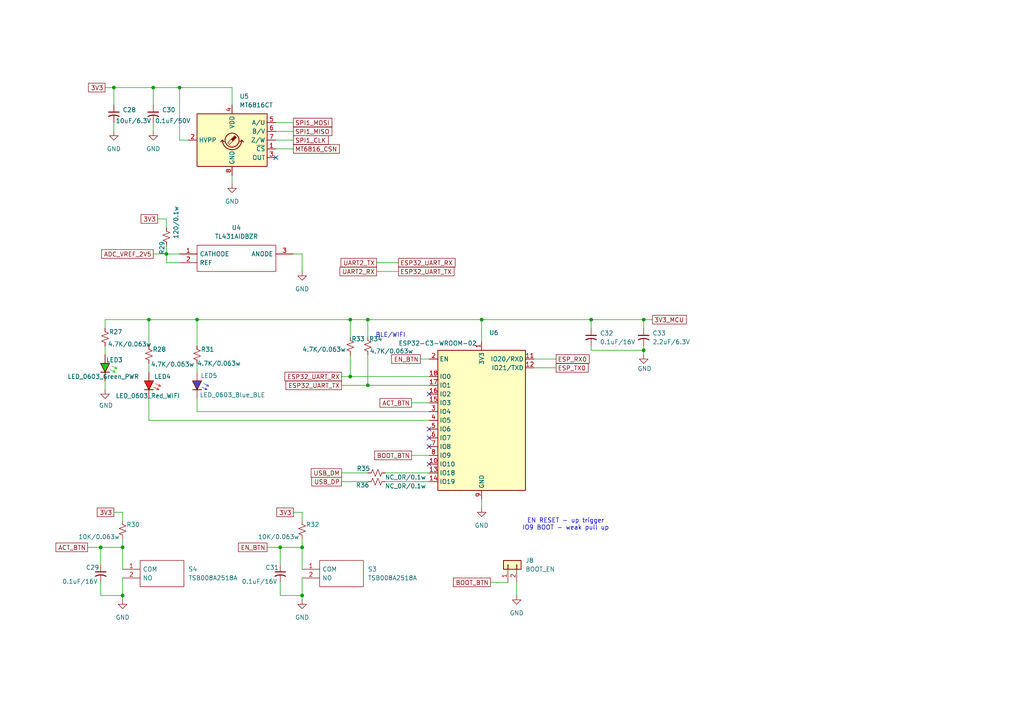
<source format=kicad_sch>
(kicad_sch (version 20250114) (generator "eeschema") (generator_version "9.0")
  (paper "A4")
  (lib_symbols
    (symbol "Connector_Generic:Conn_01x02" (pin_names (offset 1.016) (hide yes))
      (property "Reference" "J" (at 0 2.54 0))
      (property "Value" "Conn_01x02" (at 0 -5.08 0))
      (symbol "Conn_01x02_1_1"
        (rectangle (start -1.27 1.27) (end 1.27 -3.81) (stroke (width 0.254)) (fill (type background)))
        (rectangle (start -1.27 0.127) (end 0 -0.127) (stroke (width 0.1524)))
        (rectangle (start -1.27 -2.413) (end 0 -2.667) (stroke (width 0.1524)))
        (pin passive line (at -5.08 0 0) (length 3.81) (name "Pin_1") (number "1"))
        (pin passive line (at -5.08 -2.54 0) (length 3.81) (name "Pin_2") (number "2"))
      )
    )
    (symbol "Device:C_Small_US" (pin_numbers (hide yes)) (pin_names (offset 0.254) (hide yes))
      (property "Reference" "C" (at 0.254 1.778 0))
      (property "Value" "C_Small_US" (at 0.254 -2.032 0))
      (symbol "C_Small_US_0_1"
        (polyline (pts (xy -1.524 0.508) (xy 1.524 0.508)) (stroke (width 0.3048)))
        (arc (start -1.524 -0.762) (mid 0 -0.3734) (end 1.524 -0.762) (stroke (width 0.3048)))
      )
      (symbol "C_Small_US_1_1"
        (pin passive line (at 0 2.54 270) (length 2.032) (name "~") (number "1"))
        (pin passive line (at 0 -2.54 90) (length 2.032) (name "~") (number "2"))
      )
    )
    (symbol "Device:R_Small_US" (pin_numbers (hide yes)) (pin_names (offset 0.254) (hide yes))
      (property "Reference" "R" (at 0.762 0.508 0))
      (property "Value" "R_Small_US" (at 0.762 -1.016 0))
      (symbol "R_Small_US_1_1"
        (polyline (pts (xy 0 1.524) (xy 1.016 1.143) (xy 0 0.762) (xy -1.016 0.381) (xy 0 0)))
        (polyline (pts (xy 0 0) (xy 1.016 -0.381) (xy 0 -0.762) (xy -1.016 -1.143) (xy 0 -1.524)))
        (pin passive line (at 0 2.54 270) (length 1.016) (name "~") (number "1"))
        (pin passive line (at 0 -2.54 90) (length 1.016) (name "~") (number "2"))
      )
    )
    (symbol "PCM_LED_AKL:LED_0603_Blue" (pin_numbers (hide yes)) (pin_names (offset 1.016) (hide yes))
      (property "Reference" "LED" (at 0 7.62 0))
      (property "Value" "LED_0603_Blue" (at 0 5.08 0))
      (symbol "LED_0603_Blue_0_1"
        (polyline (pts (xy -1.27 1.27) (xy -1.27 -1.27) (xy 1.27 0) (xy -1.27 1.27)) (stroke (width 0.254)) (fill (type color) (color 70 70 200 1)))
        (polyline (pts (xy -0.508 1.905) (xy 0.254 3.429)) (stroke (width 0.1524) (color 70 70 200 1)))
        (polyline (pts (xy 0.254 2.794) (xy -0.254 3.048) (xy 0.254 3.429) (xy 0.254 2.794)) (stroke (width 0) (color 70 70 200 1)) (fill (type outline)))
        (polyline (pts (xy 0.508 1.397) (xy 1.27 2.921)) (stroke (width 0.1524) (color 70 70 200 1)))
        (polyline (pts (xy 1.27 2.286) (xy 0.762 2.54) (xy 1.27 2.921) (xy 1.27 2.286)) (stroke (width 0.1524) (color 70 70 200 1)) (fill (type outline)))
        (polyline (pts (xy 1.27 1.27) (xy 1.27 -1.27)) (stroke (width 0.254)))
      )
      (symbol "LED_0603_Blue_0_2"
        (polyline (pts (xy -2.54 -2.54) (xy -0.889 -0.889)))
        (polyline (pts (xy -1.651 0.889) (xy -2.159 2.413)) (stroke (width 0) (color 70 70 200 1)))
        (polyline (pts (xy -0.889 -0.889) (xy -1.778 0) (xy 0.889 0.889) (xy 0 -1.778) (xy -0.889 -0.889)) (stroke (width 0.254)) (fill (type color) (color 70 70 200 1)))
        (polyline (pts (xy -0.508 1.27) (xy -1.016 2.794)) (stroke (width 0) (color 70 70 200 1)))
        (polyline (pts (xy 0 1.778) (xy 1.778 0)) (stroke (width 0.254)))
        (polyline (pts (xy 0.889 0.889) (xy 2.54 2.54)))
      )
      (symbol "LED_0603_Blue_1_1"
        (pin passive line (at -3.81 0 0) (length 2.54) (name "A") (number "2"))
        (pin passive line (at 3.81 0 180) (length 2.54) (name "K") (number "1"))
      )
      (symbol "LED_0603_Blue_1_2"
        (polyline (pts (xy -2.159 2.413) (xy -2.286 1.778) (xy -1.6764 1.9812) (xy -2.159 2.413)) (stroke (width 0) (color 70 70 200 1)) (fill (type outline)))
        (polyline (pts (xy -1.016 2.794) (xy -1.143 2.159) (xy -0.5334 2.3622) (xy -1.016 2.794)) (stroke (width 0) (color 70 70 200 1)) (fill (type outline)))
        (pin passive line (at -2.54 -2.54 0) (length 0) (name "A") (number "2"))
        (pin passive line (at 2.54 2.54 180) (length 0) (name "K") (number "1"))
      )
    )
    (symbol "PCM_LED_AKL:LED_0603_Green" (pin_numbers (hide yes)) (pin_names (offset 1.016) (hide yes))
      (property "Reference" "LED" (at 0 7.62 0))
      (property "Value" "LED_0603_Green" (at 0 5.08 0))
      (symbol "LED_0603_Green_0_1"
        (polyline (pts (xy -1.27 1.27) (xy -1.27 -1.27) (xy 1.27 0) (xy -1.27 1.27)) (stroke (width 0.254)) (fill (type color) (color 30 200 30 1)))
        (polyline (pts (xy -0.508 1.905) (xy 0.254 3.429)) (stroke (width 0.1524) (color 30 200 30 1)))
        (polyline (pts (xy 0.254 2.794) (xy -0.254 3.048) (xy 0.254 3.429) (xy 0.254 2.794)) (stroke (width 0) (color 30 200 30 1)) (fill (type outline)))
        (polyline (pts (xy 0.508 1.397) (xy 1.27 2.921)) (stroke (width 0.1524) (color 30 200 30 1)))
        (polyline (pts (xy 1.27 2.286) (xy 0.762 2.54) (xy 1.27 2.921) (xy 1.27 2.286)) (stroke (width 0.1524) (color 30 200 30 1)) (fill (type outline)))
        (polyline (pts (xy 1.27 1.27) (xy 1.27 -1.27)) (stroke (width 0.254)))
      )
      (symbol "LED_0603_Green_0_2"
        (polyline (pts (xy -2.54 -2.54) (xy -0.889 -0.889)))
        (polyline (pts (xy -1.651 0.889) (xy -2.159 2.413)) (stroke (width 0) (color 30 200 30 1)))
        (polyline (pts (xy -0.889 -0.889) (xy -1.778 0) (xy 0.889 0.889) (xy 0 -1.778) (xy -0.889 -0.889)) (stroke (width 0.254)) (fill (type color) (color 30 200 30 1)))
        (polyline (pts (xy -0.508 1.27) (xy -1.016 2.794)) (stroke (width 0) (color 30 200 30 1)))
        (polyline (pts (xy 0 1.778) (xy 1.778 0)) (stroke (width 0.254)))
        (polyline (pts (xy 0.889 0.889) (xy 2.54 2.54)))
      )
      (symbol "LED_0603_Green_1_1"
        (pin passive line (at -3.81 0 0) (length 2.54) (name "A") (number "2"))
        (pin passive line (at 3.81 0 180) (length 2.54) (name "K") (number "1"))
      )
      (symbol "LED_0603_Green_1_2"
        (polyline (pts (xy -2.159 2.413) (xy -2.286 1.778) (xy -1.6764 1.9812) (xy -2.159 2.413)) (stroke (width 0) (color 30 200 30 1)) (fill (type outline)))
        (polyline (pts (xy -1.016 2.794) (xy -1.143 2.159) (xy -0.5334 2.3622) (xy -1.016 2.794)) (stroke (width 0) (color 30 200 30 1)) (fill (type outline)))
        (pin passive line (at -2.54 -2.54 0) (length 0) (name "A") (number "2"))
        (pin passive line (at 2.54 2.54 180) (length 0) (name "K") (number "1"))
      )
    )
    (symbol "PCM_LED_AKL:LED_0603_Red" (pin_numbers (hide yes)) (pin_names (offset 1.016) (hide yes))
      (property "Reference" "LED" (at 0 7.62 0))
      (property "Value" "LED_0603_Red" (at 0 5.08 0))
      (symbol "LED_0603_Red_0_1"
        (polyline (pts (xy -1.27 1.27) (xy -1.27 -1.27) (xy 1.27 0) (xy -1.27 1.27)) (stroke (width 0.254)) (fill (type color) (color 240 30 30 1)))
        (polyline (pts (xy -0.508 1.905) (xy 0.254 3.429)) (stroke (width 0.1524) (color 240 30 30 1)))
        (polyline (pts (xy 0.254 2.794) (xy -0.254 3.048) (xy 0.254 3.429) (xy 0.254 2.794)) (stroke (width 0) (color 240 30 30 1)) (fill (type outline)))
        (polyline (pts (xy 0.508 1.397) (xy 1.27 2.921)) (stroke (width 0.1524) (color 240 30 30 1)))
        (polyline (pts (xy 1.27 2.286) (xy 0.762 2.54) (xy 1.27 2.921) (xy 1.27 2.286)) (stroke (width 0.1524) (color 240 30 30 1)) (fill (type outline)))
        (polyline (pts (xy 1.27 1.27) (xy 1.27 -1.27)) (stroke (width 0.254)))
      )
      (symbol "LED_0603_Red_0_2"
        (polyline (pts (xy -2.54 -2.54) (xy -0.889 -0.889)))
        (polyline (pts (xy -1.651 0.889) (xy -2.159 2.413)) (stroke (width 0) (color 240 30 30 1)))
        (polyline (pts (xy -0.889 -0.889) (xy -1.778 0) (xy 0.889 0.889) (xy 0 -1.778) (xy -0.889 -0.889)) (stroke (width 0.254)) (fill (type color) (color 240 30 30 1)))
        (polyline (pts (xy -0.508 1.27) (xy -1.016 2.794)) (stroke (width 0) (color 240 30 30 1)))
        (polyline (pts (xy 0 1.778) (xy 1.778 0)) (stroke (width 0.254)))
        (polyline (pts (xy 0.889 0.889) (xy 2.54 2.54)))
      )
      (symbol "LED_0603_Red_1_1"
        (pin passive line (at -3.81 0 0) (length 2.54) (name "A") (number "2"))
        (pin passive line (at 3.81 0 180) (length 2.54) (name "K") (number "1"))
      )
      (symbol "LED_0603_Red_1_2"
        (polyline (pts (xy -2.159 2.413) (xy -2.286 1.778) (xy -1.6764 1.9812) (xy -2.159 2.413)) (stroke (width 0) (color 240 30 30 1)) (fill (type outline)))
        (polyline (pts (xy -1.016 2.794) (xy -1.143 2.159) (xy -0.5334 2.3622) (xy -1.016 2.794)) (stroke (width 0) (color 240 30 30 1)) (fill (type outline)))
        (pin passive line (at -2.54 -2.54 0) (length 0) (name "A") (number "2"))
        (pin passive line (at 2.54 2.54 180) (length 0) (name "K") (number "1"))
      )
    )
    (symbol "RF_Module:ESP32-C3-WROOM-02"
      (property "Reference" "U" (at -12.192 21.336 0))
      (property "Value" "ESP32-C3-WROOM-02" (at 12.192 21.336 0))
      (symbol "ESP32-C3-WROOM-02_1_1"
        (rectangle (start -12.7 20.32) (end 12.7 -20.32) (stroke (width 0.254)) (fill (type background)))
        (pin input line (at -15.24 17.78 0) (length 2.54) (name "EN") (number "2"))
        (pin bidirectional line (at -15.24 12.7 0) (length 2.54) (name "IO0") (number "18"))
        (pin bidirectional line (at -15.24 10.16 0) (length 2.54) (name "IO1") (number "17"))
        (pin bidirectional line (at -15.24 7.62 0) (length 2.54) (name "IO2") (number "16"))
        (pin bidirectional line (at -15.24 5.08 0) (length 2.54) (name "IO3") (number "15"))
        (pin bidirectional line (at -15.24 2.54 0) (length 2.54) (name "IO4") (number "3"))
        (pin bidirectional line (at -15.24 0 0) (length 2.54) (name "IO5") (number "4"))
        (pin bidirectional line (at -15.24 -2.54 0) (length 2.54) (name "IO6") (number "5"))
        (pin bidirectional line (at -15.24 -5.08 0) (length 2.54) (name "IO7") (number "6"))
        (pin bidirectional line (at -15.24 -7.62 0) (length 2.54) (name "IO8") (number "7"))
        (pin bidirectional line (at -15.24 -10.16 0) (length 2.54) (name "IO9") (number "8"))
        (pin bidirectional line (at -15.24 -12.7 0) (length 2.54) (name "IO10") (number "10"))
        (pin bidirectional line (at -15.24 -15.24 0) (length 2.54) (name "IO18") (number "13"))
        (pin bidirectional line (at -15.24 -17.78 0) (length 2.54) (name "IO19") (number "14"))
        (pin power_in line (at 0 22.86 270) (length 2.54) (name "3V3") (number "1"))
        (pin passive line (at 0 -22.86 90) (length 2.54) (hide yes) (name "GND") (number "19"))
        (pin power_in line (at 0 -22.86 90) (length 2.54) (name "GND") (number "9"))
        (pin bidirectional line (at 15.24 17.78 180) (length 2.54) (name "IO20/RXD") (number "11"))
        (pin bidirectional line (at 15.24 15.24 180) (length 2.54) (name "IO21/TXD") (number "12"))
      )
    )
    (symbol "SamacSys_Parts:TL431AIDBZR" (pin_names (offset 0.762))
      (property "Reference" "U" (at 29.21 7.62 0))
      (property "Value" "TL431AIDBZR" (at 29.21 5.08 0))
      (symbol "TL431AIDBZR_0_0"
        (pin passive line (at 0 0 0) (length 5.08) (name "CATHODE") (number "1"))
        (pin passive line (at 0 -2.54 0) (length 5.08) (name "REF") (number "2"))
        (pin passive line (at 33.02 0 180) (length 5.08) (name "ANODE") (number "3"))
      )
      (symbol "TL431AIDBZR_0_1"
        (polyline (pts (xy 5.08 2.54) (xy 27.94 2.54) (xy 27.94 -5.08) (xy 5.08 -5.08) (xy 5.08 2.54)) (stroke (width 0.1524)))
      )
    )
    (symbol "SamacSys_Parts:TSB008A2518A" (pin_names (offset 0.762))
      (property "Reference" "S" (at 19.05 7.62 0))
      (property "Value" "TSB008A2518A" (at 19.05 5.08 0))
      (symbol "TSB008A2518A_0_0"
        (pin passive line (at 0 0 0) (length 5.08) (name "COM") (number "1"))
        (pin passive line (at 0 -2.54 0) (length 5.08) (name "NO") (number "2"))
      )
      (symbol "TSB008A2518A_0_1"
        (polyline (pts (xy 5.08 2.54) (xy 17.78 2.54) (xy 17.78 -5.08) (xy 5.08 -5.08) (xy 5.08 2.54)) (stroke (width 0.1524)))
      )
    )
    (symbol "Sensor_Magnetic:MT6816CT"
      (property "Reference" "U" (at -10.16 8.89 0))
      (property "Value" "MT6816CT" (at 6.35 8.89 0))
      (symbol "MT6816CT_1_1"
        (rectangle (start -10.16 -7.62) (end 10.16 7.62) (stroke (width 0.254)) (fill (type background)))
        (polyline (pts (xy -2.794 0) (xy -3.302 -0.508)) (stroke (width 0.254)))
        (polyline (pts (xy -2.794 0) (xy -2.286 -0.508)) (stroke (width 0.254)))
        (polyline (pts (xy -0.254 0.254) (xy -1.27 -0.762) (xy -0.762 -1.27) (xy 0.254 -0.254)))
        (arc (start 2.794 0) (mid 0 -2.7819) (end -2.794 0) (stroke (width 0.254)))
        (circle (center 0 0) (radius 2.032) (stroke (width 0.254)))
        (polyline (pts (xy 0.762 1.27) (xy -0.254 0.254) (xy 0.254 -0.254) (xy 1.27 0.762) (xy 1.016 1.016) (xy 0.762 1.27) (xy 0.635 1.143)) (fill (type outline)))
        (polyline (pts (xy 2.794 0) (xy 2.286 -0.508)) (stroke (width 0.254)))
        (polyline (pts (xy 2.794 0) (xy 3.302 -0.508)) (stroke (width 0.254)))
        (pin input line (at -12.7 0 0) (length 2.54) (name "HVPP") (number "2"))
        (pin power_in line (at 0 10.16 270) (length 2.54) (name "VDD") (number "4"))
        (pin power_in line (at 0 -10.16 90) (length 2.54) (name "GND") (number "8"))
        (pin output line (at 12.7 5.08 180) (length 2.54) (name "A/U") (number "5"))
        (pin output line (at 12.7 2.54 180) (length 2.54) (name "B/V") (number "6"))
        (pin output line (at 12.7 0 180) (length 2.54) (name "Z/W") (number "7"))
        (pin input line (at 12.7 -2.54 180) (length 2.54) (name "~{CS}") (number "1"))
        (pin output line (at 12.7 -5.08 180) (length 2.54) (name "OUT") (number "3"))
      )
    )
    (symbol "power:GND" (power) (pin_numbers (hide yes)) (pin_names (offset 0) (hide yes))
      (property "Value" "GND" (at 0 -3.81 0))
      (symbol "GND_0_1"
        (polyline (pts (xy 0 0) (xy 0 -1.27) (xy 1.27 -1.27) (xy 0 -2.54) (xy -1.27 -1.27) (xy 0 -1.27)))
      )
      (symbol "GND_1_1"
        (pin power_in line (at 0 0 270) (length 0) (name "~") (number "1"))
      )
    )
  )
  (text "BLE/WIFI" (at 113.284 97.282 0) (effects (font (size 1.27 1.27))))
  (text "EN RESET - up trigger\nIO9 BOOT - weak pull up" (at 164.084 152.146 0) (effects (font (size 1.27 1.27))))
  (junction (at 44.45 25.4))
  (junction (at 186.69 101.6))
  (junction (at 101.6 109.22))
  (junction (at 29.21 158.75))
  (junction (at 139.7 92.71))
  (junction (at 43.18 92.71))
  (junction (at 33.02 25.4))
  (junction (at 101.6 92.71))
  (junction (at 35.56 158.75))
  (junction (at 52.07 25.4))
  (junction (at 87.63 158.75))
  (junction (at 35.56 172.72))
  (junction (at 106.68 111.76))
  (junction (at 171.45 92.71))
  (junction (at 48.26 73.66))
  (junction (at 87.63 172.72))
  (junction (at 57.15 92.71))
  (junction (at 106.68 92.71))
  (junction (at 81.28 158.75))
  (junction (at 186.69 92.71))
  (no_connect (at 80.01 45.72))
  (no_connect (at 124.46 124.46))
  (no_connect (at 124.46 134.62))
  (no_connect (at 124.46 129.54))
  (no_connect (at 124.46 114.3))
  (no_connect (at 124.46 127))
  (wire (pts (xy 43.18 92.71) (xy 57.15 92.71)))
  (wire (pts (xy 109.22 76.2) (xy 115.57 76.2)))
  (wire (pts (xy 154.94 106.68) (xy 161.29 106.68)))
  (wire (pts (xy 87.63 167.64) (xy 87.63 172.72)))
  (wire (pts (xy 87.63 148.59) (xy 87.63 151.13)))
  (wire (pts (xy 35.56 158.75) (xy 35.56 165.1)))
  (wire (pts (xy 57.15 119.38) (xy 124.46 119.38)))
  (wire (pts (xy 101.6 92.71) (xy 106.68 92.71)))
  (wire (pts (xy 52.07 76.2) (xy 48.26 76.2)))
  (wire (pts (xy 124.46 121.92) (xy 43.18 121.92)))
  (wire (pts (xy 35.56 172.72) (xy 35.56 173.99)))
  (wire (pts (xy 154.94 104.14) (xy 161.29 104.14)))
  (wire (pts (xy 67.31 25.4) (xy 67.31 30.48)))
  (wire (pts (xy 29.21 172.72) (xy 35.56 172.72)))
  (wire (pts (xy 101.6 109.22) (xy 124.46 109.22)))
  (wire (pts (xy 29.21 168.91) (xy 29.21 172.72)))
  (wire (pts (xy 29.21 158.75) (xy 35.56 158.75)))
  (wire (pts (xy 87.63 156.21) (xy 87.63 158.75)))
  (wire (pts (xy 44.45 35.56) (xy 44.45 38.1)))
  (wire (pts (xy 33.02 148.59) (xy 35.56 148.59)))
  (wire (pts (xy 106.68 92.71) (xy 106.68 97.79)))
  (wire (pts (xy 106.68 102.87) (xy 106.68 111.76)))
  (wire (pts (xy 99.06 139.7) (xy 106.68 139.7)))
  (wire (pts (xy 142.24 168.91) (xy 147.32 168.91)))
  (wire (pts (xy 30.48 25.4) (xy 33.02 25.4)))
  (wire (pts (xy 106.68 92.71) (xy 139.7 92.71)))
  (wire (pts (xy 52.07 25.4) (xy 67.31 25.4)))
  (wire (pts (xy 87.63 158.75) (xy 87.63 165.1)))
  (wire (pts (xy 45.72 63.5) (xy 48.26 63.5)))
  (wire (pts (xy 85.09 73.66) (xy 87.63 73.66)))
  (wire (pts (xy 171.45 101.6) (xy 186.69 101.6)))
  (wire (pts (xy 101.6 92.71) (xy 101.6 97.79)))
  (wire (pts (xy 121.92 104.14) (xy 124.46 104.14)))
  (wire (pts (xy 48.26 63.5) (xy 48.26 66.04)))
  (wire (pts (xy 52.07 40.64) (xy 52.07 25.4)))
  (wire (pts (xy 48.26 73.66) (xy 52.07 73.66)))
  (wire (pts (xy 171.45 92.71) (xy 186.69 92.71)))
  (wire (pts (xy 119.38 116.84) (xy 124.46 116.84)))
  (wire (pts (xy 186.69 101.6) (xy 186.69 102.87)))
  (wire (pts (xy 80.01 38.1) (xy 85.09 38.1)))
  (wire (pts (xy 111.76 137.16) (xy 124.46 137.16)))
  (wire (pts (xy 35.56 148.59) (xy 35.56 151.13)))
  (wire (pts (xy 43.18 105.41) (xy 43.18 107.95)))
  (wire (pts (xy 81.28 172.72) (xy 87.63 172.72)))
  (wire (pts (xy 33.02 25.4) (xy 33.02 30.48)))
  (wire (pts (xy 80.01 35.56) (xy 85.09 35.56)))
  (wire (pts (xy 30.48 92.71) (xy 30.48 95.25)))
  (wire (pts (xy 87.63 172.72) (xy 87.63 173.99)))
  (wire (pts (xy 48.26 76.2) (xy 48.26 73.66)))
  (wire (pts (xy 111.76 139.7) (xy 124.46 139.7)))
  (wire (pts (xy 35.56 156.21) (xy 35.56 158.75)))
  (wire (pts (xy 109.22 78.74) (xy 115.57 78.74)))
  (wire (pts (xy 80.01 43.18) (xy 85.09 43.18)))
  (wire (pts (xy 101.6 102.87) (xy 101.6 109.22)))
  (wire (pts (xy 186.69 92.71) (xy 186.69 95.25)))
  (wire (pts (xy 48.26 71.12) (xy 48.26 73.66)))
  (wire (pts (xy 30.48 110.49) (xy 30.48 113.03)))
  (wire (pts (xy 186.69 100.33) (xy 186.69 101.6)))
  (wire (pts (xy 81.28 158.75) (xy 81.28 163.83)))
  (wire (pts (xy 139.7 92.71) (xy 171.45 92.71)))
  (wire (pts (xy 44.45 25.4) (xy 44.45 30.48)))
  (wire (pts (xy 99.06 109.22) (xy 101.6 109.22)))
  (wire (pts (xy 81.28 168.91) (xy 81.28 172.72)))
  (wire (pts (xy 57.15 115.57) (xy 57.15 119.38)))
  (wire (pts (xy 57.15 105.41) (xy 57.15 107.95)))
  (wire (pts (xy 149.86 168.91) (xy 149.86 172.72)))
  (wire (pts (xy 43.18 92.71) (xy 43.18 100.33)))
  (wire (pts (xy 119.38 132.08) (xy 124.46 132.08)))
  (wire (pts (xy 44.45 25.4) (xy 52.07 25.4)))
  (wire (pts (xy 33.02 25.4) (xy 44.45 25.4)))
  (wire (pts (xy 57.15 92.71) (xy 57.15 100.33)))
  (wire (pts (xy 171.45 100.33) (xy 171.45 101.6)))
  (wire (pts (xy 30.48 100.33) (xy 30.48 102.87)))
  (wire (pts (xy 85.09 148.59) (xy 87.63 148.59)))
  (wire (pts (xy 67.31 50.8) (xy 67.31 53.34)))
  (wire (pts (xy 43.18 115.57) (xy 43.18 121.92)))
  (wire (pts (xy 87.63 73.66) (xy 87.63 78.74)))
  (wire (pts (xy 80.01 40.64) (xy 85.09 40.64)))
  (wire (pts (xy 189.23 92.71) (xy 186.69 92.71)))
  (wire (pts (xy 25.4 158.75) (xy 29.21 158.75)))
  (wire (pts (xy 33.02 35.56) (xy 33.02 38.1)))
  (wire (pts (xy 54.61 40.64) (xy 52.07 40.64)))
  (wire (pts (xy 171.45 95.25) (xy 171.45 92.71)))
  (wire (pts (xy 139.7 144.78) (xy 139.7 147.32)))
  (wire (pts (xy 35.56 167.64) (xy 35.56 172.72)))
  (wire (pts (xy 106.68 111.76) (xy 124.46 111.76)))
  (wire (pts (xy 29.21 158.75) (xy 29.21 163.83)))
  (wire (pts (xy 81.28 158.75) (xy 87.63 158.75)))
  (wire (pts (xy 30.48 92.71) (xy 43.18 92.71)))
  (wire (pts (xy 99.06 111.76) (xy 106.68 111.76)))
  (wire (pts (xy 44.45 73.66) (xy 48.26 73.66)))
  (wire (pts (xy 99.06 137.16) (xy 106.68 137.16)))
  (wire (pts (xy 77.47 158.75) (xy 81.28 158.75)))
  (wire (pts (xy 57.15 92.71) (xy 101.6 92.71)))
  (wire (pts (xy 139.7 92.71) (xy 139.7 99.06)))
  (global_label "USB_DM" (shape passive) (at 99.06 137.16 180) (property "Intersheetrefs" "${INTERSHEET_REFS}" (effects (hide yes))))
  (global_label "USB_DP" (shape passive) (at 99.06 139.7 180) (property "Intersheetrefs" "${INTERSHEET_REFS}" (effects (hide yes))))
  (global_label "EN_BTN" (shape passive) (at 77.47 158.75 180) (property "Intersheetrefs" "${INTERSHEET_REFS}" (effects (hide yes))))
  (global_label "MT6816_CSN" (shape passive) (at 85.09 43.18 0) (effects (font (thickness 0.1588))) (property "Intersheetrefs" "${INTERSHEET_REFS}" (effects (hide yes))))
  (global_label "ESP32_UART_TX" (shape passive) (at 99.06 111.76 180) (property "Intersheetrefs" "${INTERSHEET_REFS}" (effects (hide yes))))
  (global_label "ESP32_UART_RX" (shape passive) (at 99.06 109.22 180) (property "Intersheetrefs" "${INTERSHEET_REFS}" (effects (hide yes))))
  (global_label "3V3" (shape passive) (at 33.02 148.59 180) (property "Intersheetrefs" "${INTERSHEET_REFS}" (effects (hide yes))))
  (global_label "UART2_TX" (shape passive) (at 109.22 76.2 180) (property "Intersheetrefs" "${INTERSHEET_REFS}" (effects (hide yes))))
  (global_label "ESP_RX0" (shape passive) (at 161.29 104.14 0) (property "Intersheetrefs" "${INTERSHEET_REFS}" (effects (hide yes))))
  (global_label "3V3" (shape passive) (at 30.48 25.4 180) (property "Intersheetrefs" "${INTERSHEET_REFS}" (effects (hide yes))))
  (global_label "3V3" (shape passive) (at 45.72 63.5 180) (property "Intersheetrefs" "${INTERSHEET_REFS}" (effects (hide yes))))
  (global_label "ESP32_UART_RX" (shape passive) (at 115.57 76.2 0) (property "Intersheetrefs" "${INTERSHEET_REFS}" (effects (hide yes))))
  (global_label "3V3_MCU" (shape passive) (at 189.23 92.71 0) (property "Intersheetrefs" "${INTERSHEET_REFS}" (effects (hide yes))))
  (global_label "BOOT_BTN" (shape passive) (at 119.38 132.08 180) (property "Intersheetrefs" "${INTERSHEET_REFS}" (effects (hide yes))))
  (global_label "3V3" (shape passive) (at 85.09 148.59 180) (property "Intersheetrefs" "${INTERSHEET_REFS}" (effects (hide yes))))
  (global_label "BOOT_BTN" (shape passive) (at 142.24 168.91 180) (property "Intersheetrefs" "${INTERSHEET_REFS}" (effects (hide yes))))
  (global_label "SPI1_MOSI" (shape passive) (at 85.09 35.56 0) (effects (font (thickness 0.1588))) (property "Intersheetrefs" "${INTERSHEET_REFS}" (effects (hide yes))))
  (global_label "EN_BTN" (shape passive) (at 121.92 104.14 180) (property "Intersheetrefs" "${INTERSHEET_REFS}" (effects (hide yes))))
  (global_label "ADC_VREF_2V5" (shape passive) (at 44.45 73.66 180) (property "Intersheetrefs" "${INTERSHEET_REFS}" (effects (hide yes))))
  (global_label "ACT_BTN" (shape passive) (at 119.38 116.84 180) (property "Intersheetrefs" "${INTERSHEET_REFS}" (effects (hide yes))))
  (global_label "UART2_RX" (shape passive) (at 109.22 78.74 180) (property "Intersheetrefs" "${INTERSHEET_REFS}" (effects (hide yes))))
  (global_label "ESP32_UART_TX" (shape passive) (at 115.57 78.74 0) (property "Intersheetrefs" "${INTERSHEET_REFS}" (effects (hide yes))))
  (global_label "ESP_TX0" (shape passive) (at 161.29 106.68 0) (property "Intersheetrefs" "${INTERSHEET_REFS}" (effects (hide yes))))
  (global_label "ACT_BTN" (shape passive) (at 25.4 158.75 180) (property "Intersheetrefs" "${INTERSHEET_REFS}" (effects (hide yes))))
  (global_label "SPI1_MISO" (shape passive) (at 85.09 38.1 0) (effects (font (thickness 0.1588))) (property "Intersheetrefs" "${INTERSHEET_REFS}" (effects (hide yes))))
  (global_label "SPI1_CLK" (shape passive) (at 85.09 40.64 0) (effects (font (thickness 0.1588))) (property "Intersheetrefs" "${INTERSHEET_REFS}" (effects (hide yes))))
  (symbol (lib_id "SamacSys_Parts:TSB008A2518A") (at 35.56 165.1 0) (unit 1)
    (property "Reference" "S4" (at 54.61 165.0999 0) (effects (justify left)))
    (property "Value" "TSB008A2518A" (at 54.61 167.6399 0) (effects (justify left)))
    (property "Footprint" "SamacSys_Parts:TSB008A2518A" (effects (hide yes)))
    (property "Datasheet" "https://datasheet.lcsc.com/lcsc/2108261830_BZCN-TSB008A2518A_C2888455.pdf" (effects (hide yes)))
    (property "Description" "3.5mm 2.5mm Rectangle button 50mA Brick nogging 6mm 180gf 12V SMD Tactile Switches ROHS" (effects (hide yes)))
    (property "Description_1" "3.5mm 2.5mm Rectangle button 50mA Brick nogging 6mm 180gf 12V SMD Tactile Switches ROHS" (effects (hide yes)))
    (property "Height" "2.75" (effects (hide yes)))
    (property "Manufacturer_Name" "BZCN" (effects (hide yes)))
    (property "Manufacturer_Part_Number" "TSB008A2518A" (effects (hide yes)))
  )
  (symbol (lib_id "Device:R_Small_US") (at 87.63 153.67 0) (unit 1)
    (property "Reference" "R32" (at 90.678 152.146 0))
    (property "Value" "10K/0.063w" (at 80.772 155.702 0))
    (property "Footprint" "Resistor_SMD:R_0402_1005Metric" (effects (hide yes)))
    (property "Description" "Resistor, small US symbol" (effects (hide yes)))
  )
  (symbol (lib_id "Device:R_Small_US") (at 57.15 102.87 0) (unit 1)
    (property "Reference" "R31" (at 60.198 101.346 0))
    (property "Value" "4.7K/0.063w" (at 63.5 105.41 0))
    (property "Footprint" "Resistor_SMD:R_0402_1005Metric" (effects (hide yes)))
    (property "Description" "Resistor, small US symbol" (effects (hide yes)))
  )
  (symbol (lib_id "Device:R_Small_US") (at 109.22 137.16 90) (unit 1)
    (property "Reference" "R35" (at 105.41 135.89 90))
    (property "Value" "NC_0R/0.1w" (at 117.602 138.43 90))
    (property "Footprint" "Resistor_SMD:R_0402_1005Metric" (effects (hide yes)))
    (property "Description" "Resistor, small US symbol" (effects (hide yes)))
  )
  (symbol (lib_id "PCM_LED_AKL:LED_0603_Green") (at 30.48 106.68 270) (unit 1)
    (property "Reference" "LED3" (at 30.734 104.394 90) (effects (justify left)))
    (property "Value" "LED_0603_Green_PWR" (at 19.558 109.22 90) (effects (justify left)))
    (property "Footprint" "PCM_LED_SMD_AKL:LED_0603_1608Metric" (effects (hide yes)))
    (property "Description" "Green SMD LED, 0603, Alternate KiCad Library" (effects (hide yes)))
  )
  (symbol (lib_id "Sensor_Magnetic:MT6816CT") (at 67.31 40.64 0) (unit 1)
    (property "Reference" "U5" (at 69.4533 27.94 0) (effects (justify left)))
    (property "Value" "MT6816CT" (at 69.4533 30.48 0) (effects (justify left)))
    (property "Footprint" "Package_SO:SO-8_3.9x4.9mm_P1.27mm" (effects (hide yes)))
    (property "Datasheet" "http://www.magntek.com.cn/upload/MT6816_Rev.2.0.pdf" (effects (hide yes)))
    (property "Description" "High Speed & High Resolution Magnetic Angle Sensor IC, SOIC-8" (effects (hide yes)))
  )
  (symbol (lib_id "power:GND") (at 87.63 78.74 0) (unit 1)
    (property "Reference" "#PWR052" (effects (hide yes)))
    (property "Value" "GND" (at 87.63 83.82 0))
    (property "Description" "Power symbol creates a global label with name \"GND\" , ground" (effects (hide yes)))
  )
  (symbol (lib_id "power:GND") (at 186.69 102.87 0) (unit 1)
    (property "Reference" "#PWR055" (effects (hide yes)))
    (property "Value" "GND" (at 186.944 106.934 0))
    (property "Description" "Power symbol creates a global label with name \"GND\" , ground" (effects (hide yes)))
  )
  (symbol (lib_id "SamacSys_Parts:TL431AIDBZR") (at 52.07 73.66 0) (unit 1)
    (property "Reference" "U4" (at 68.58 66.04 0))
    (property "Value" "TL431AIDBZR" (at 68.58 68.58 0))
    (property "Footprint" "SamacSys_Parts:SOT95P237X112-3N" (effects (hide yes)))
    (property "Datasheet" "https://datasheet.datasheetarchive.com/originals/distributors/Datasheets-SFU2/DSASFU100034171.pdf" (effects (hide yes)))
    (property "Description" "1% Accuracy Adjustable Precision Shunt Regulator" (effects (hide yes)))
    (property "Description_1" "1% Accuracy Adjustable Precision Shunt Regulator" (effects (hide yes)))
    (property "Height" "1.12" (effects (hide yes)))
    (property "Manufacturer_Name" "Texas Instruments" (effects (hide yes)))
    (property "Manufacturer_Part_Number" "TL431AIDBZR" (effects (hide yes)))
    (property "Mouser Part Number" "595-TL431AIDBZR" (effects (hide yes)))
    (property "Mouser Price/Stock" "https://www.mouser.co.uk/ProductDetail/Texas-Instruments/TL431AIDBZR?qs=odmYgEirbww5TG7DvnasYA%3D%3D" (effects (hide yes)))
    (property "Arrow Part Number" "TL431AIDBZR" (effects (hide yes)))
    (property "Arrow Price/Stock" "https://www.arrow.com/en/products/tl431aidbzr/texas-instruments?utm_currency=USD&region=europe" (effects (hide yes)))
  )
  (symbol (lib_id "power:GND") (at 67.31 53.34 0) (unit 1)
    (property "Reference" "#PWR050" (effects (hide yes)))
    (property "Value" "GND" (at 67.31 58.42 0))
    (property "Description" "Power symbol creates a global label with name \"GND\" , ground" (effects (hide yes)))
  )
  (symbol (lib_id "Device:C_Small_US") (at 29.21 166.37 0) (unit 1)
    (property "Reference" "C29" (at 24.892 164.592 0) (effects (justify left)))
    (property "Value" "0.1uF/16V" (at 18.034 168.656 0) (effects (justify left)))
    (property "Footprint" "Capacitor_SMD:C_0402_1005Metric" (effects (hide yes)))
    (property "Description" "capacitor, small US symbol" (effects (hide yes)))
  )
  (symbol (lib_id "Device:R_Small_US") (at 35.56 153.67 0) (unit 1)
    (property "Reference" "R30" (at 38.608 152.146 0))
    (property "Value" "10K/0.063w" (at 28.702 155.702 0))
    (property "Footprint" "Resistor_SMD:R_0402_1005Metric" (effects (hide yes)))
    (property "Description" "Resistor, small US symbol" (effects (hide yes)))
  )
  (symbol (lib_id "Device:C_Small_US") (at 171.45 97.79 0) (unit 1)
    (property "Reference" "C32" (at 173.99 96.6469 0) (effects (justify left)))
    (property "Value" "0.1uF/16V" (at 173.99 99.1869 0) (effects (justify left)))
    (property "Footprint" "Capacitor_SMD:C_0402_1005Metric" (effects (hide yes)))
    (property "Description" "capacitor, small US symbol" (effects (hide yes)))
  )
  (symbol (lib_id "Connector_Generic:Conn_01x02") (at 147.32 163.83 90) (unit 1)
    (property "Reference" "J8" (at 152.4 162.5599 90) (effects (justify right)))
    (property "Value" "BOOT_EN" (at 152.4 165.0999 90) (effects (justify right)))
    (property "Footprint" "Connector_PinHeader_2.54mm:PinHeader_1x02_P2.54mm_Vertical" (effects (hide yes)))
    (property "Description" "Generic connector, single row, 01x02, script generated (kicad-library-utils/schlib/autogen/connector/)" (effects (hide yes)))
  )
  (symbol (lib_id "power:GND") (at 33.02 38.1 0) (unit 1)
    (property "Reference" "#PWR047" (effects (hide yes)))
    (property "Value" "GND" (at 33.02 43.18 0))
    (property "Description" "Power symbol creates a global label with name \"GND\" , ground" (effects (hide yes)))
  )
  (symbol (lib_id "power:GND") (at 149.86 172.72 0) (unit 1)
    (property "Reference" "#PWR053" (effects (hide yes)))
    (property "Value" "GND" (at 149.86 177.8 0))
    (property "Description" "Power symbol creates a global label with name \"GND\" , ground" (effects (hide yes)))
  )
  (symbol (lib_id "Device:R_Small_US") (at 43.18 102.87 0) (unit 1)
    (property "Reference" "R28" (at 46.228 101.346 0))
    (property "Value" "4.7K/0.063w" (at 50.038 105.664 0))
    (property "Footprint" "Resistor_SMD:R_0402_1005Metric" (effects (hide yes)))
    (property "Description" "Resistor, small US symbol" (effects (hide yes)))
  )
  (symbol (lib_id "power:GND") (at 30.48 113.03 0) (unit 1)
    (property "Reference" "#PWR046" (effects (hide yes)))
    (property "Value" "GND" (at 30.734 117.602 0))
    (property "Description" "Power symbol creates a global label with name \"GND\" , ground" (effects (hide yes)))
  )
  (symbol (lib_id "Device:C_Small_US") (at 33.02 33.02 0) (unit 1)
    (property "Reference" "C28" (at 35.56 31.8769 0) (effects (justify left)))
    (property "Value" "10uF/6.3V" (at 33.528 35.052 0) (effects (justify left)))
    (property "Footprint" "Capacitor_SMD:C_0603_1608Metric" (effects (hide yes)))
    (property "Description" "capacitor, small US symbol" (effects (hide yes)))
  )
  (symbol (lib_id "SamacSys_Parts:TSB008A2518A") (at 87.63 165.1 0) (unit 1)
    (property "Reference" "S3" (at 106.68 165.0999 0) (effects (justify left)))
    (property "Value" "TSB008A2518A" (at 106.68 167.6399 0) (effects (justify left)))
    (property "Footprint" "SamacSys_Parts:TSB008A2518A" (effects (hide yes)))
    (property "Datasheet" "https://datasheet.lcsc.com/lcsc/2108261830_BZCN-TSB008A2518A_C2888455.pdf" (effects (hide yes)))
    (property "Description" "3.5mm 2.5mm Rectangle button 50mA Brick nogging 6mm 180gf 12V SMD Tactile Switches ROHS" (effects (hide yes)))
    (property "Description_1" "3.5mm 2.5mm Rectangle button 50mA Brick nogging 6mm 180gf 12V SMD Tactile Switches ROHS" (effects (hide yes)))
    (property "Height" "2.75" (effects (hide yes)))
    (property "Manufacturer_Name" "BZCN" (effects (hide yes)))
    (property "Manufacturer_Part_Number" "TSB008A2518A" (effects (hide yes)))
  )
  (symbol (lib_id "Device:R_Small_US") (at 30.48 97.79 0) (unit 1)
    (property "Reference" "R27" (at 33.528 96.266 0))
    (property "Value" "4.7K/0.063w" (at 37.592 99.822 0))
    (property "Footprint" "Resistor_SMD:R_0402_1005Metric" (effects (hide yes)))
    (property "Description" "Resistor, small US symbol" (effects (hide yes)))
  )
  (symbol (lib_id "PCM_LED_AKL:LED_0603_Red") (at 43.18 111.76 270) (unit 1)
    (property "Reference" "LED4" (at 44.704 109.22 90) (effects (justify left)))
    (property "Value" "LED_0603_Red_WIFI" (at 33.528 114.808 90) (effects (justify left)))
    (property "Footprint" "PCM_LED_SMD_AKL:LED_0603_1608Metric" (effects (hide yes)))
    (property "Description" "Red SMD LED, 0603, Alternate KiCad Library" (effects (hide yes)))
  )
  (symbol (lib_id "Device:C_Small_US") (at 44.45 33.02 0) (unit 1)
    (property "Reference" "C30" (at 46.99 31.8769 0) (effects (justify left)))
    (property "Value" "0.1uF/50V" (at 44.958 35.052 0) (effects (justify left)))
    (property "Footprint" "Capacitor_SMD:C_0402_1005Metric" (effects (hide yes)))
    (property "Description" "capacitor, small US symbol" (effects (hide yes)))
  )
  (symbol (lib_id "Device:R_Small_US") (at 106.68 100.33 0) (unit 1)
    (property "Reference" "R34" (at 108.966 98.298 0))
    (property "Value" "4.7K/0.063w" (at 113.538 101.854 0))
    (property "Footprint" "Resistor_SMD:R_0402_1005Metric" (effects (hide yes)))
    (property "Description" "Resistor, small US symbol" (effects (hide yes)))
  )
  (symbol (lib_id "power:GND") (at 35.56 173.99 0) (unit 1)
    (property "Reference" "#PWR049" (effects (hide yes)))
    (property "Value" "GND" (at 35.56 179.07 0))
    (property "Description" "Power symbol creates a global label with name \"GND\" , ground" (effects (hide yes)))
  )
  (symbol (lib_id "Device:C_Small_US") (at 81.28 166.37 0) (unit 1)
    (property "Reference" "C31" (at 76.962 164.592 0) (effects (justify left)))
    (property "Value" "0.1uF/16V" (at 70.104 168.656 0) (effects (justify left)))
    (property "Footprint" "Capacitor_SMD:C_0402_1005Metric" (effects (hide yes)))
    (property "Description" "capacitor, small US symbol" (effects (hide yes)))
  )
  (symbol (lib_id "power:GND") (at 87.63 173.99 0) (unit 1)
    (property "Reference" "#PWR051" (effects (hide yes)))
    (property "Value" "GND" (at 87.63 179.07 0))
    (property "Description" "Power symbol creates a global label with name \"GND\" , ground" (effects (hide yes)))
  )
  (symbol (lib_id "PCM_LED_AKL:LED_0603_Blue") (at 57.15 111.76 270) (unit 1)
    (property "Reference" "LED5" (at 58.166 108.966 90) (effects (justify left)))
    (property "Value" "LED_0603_Blue_BLE" (at 57.912 114.554 90) (effects (justify left)))
    (property "Footprint" "PCM_LED_SMD_AKL:LED_0603_1608Metric" (effects (hide yes)))
    (property "Description" "Blue SMD LED, 0603, Alternate KiCad Library" (effects (hide yes)))
  )
  (symbol (lib_id "Device:R_Small_US") (at 101.6 100.33 0) (unit 1)
    (property "Reference" "R33" (at 103.886 98.298 0))
    (property "Value" "4.7K/0.063w" (at 93.98 101.346 0))
    (property "Footprint" "Resistor_SMD:R_0402_1005Metric" (effects (hide yes)))
    (property "Description" "Resistor, small US symbol" (effects (hide yes)))
  )
  (symbol (lib_id "RF_Module:ESP32-C3-WROOM-02") (at 139.7 121.92 0) (unit 1)
    (property "Reference" "U6" (at 141.8433 96.52 0) (effects (justify left)))
    (property "Value" "ESP32-C3-WROOM-02" (at 115.57 99.568 0) (effects (justify left)))
    (property "Footprint" "RF_Module:ESP32-C3-WROOM-02" (effects (hide yes)))
    (property "Datasheet" "https://www.espressif.com/sites/default/files/documentation/esp32-c3-wroom-02_datasheet_en.pdf" (effects (hide yes)))
    (property "Description" "802.11 b/g/n Wi­Fi and Bluetooth 5 module, ESP32­C3 SoC, RISC­V microprocessor, On-board antenna" (effects (hide yes)))
  )
  (symbol (lib_id "power:GND") (at 139.7 147.32 0) (unit 1)
    (property "Reference" "#PWR054" (effects (hide yes)))
    (property "Value" "GND" (at 139.7 152.4 0))
    (property "Description" "Power symbol creates a global label with name \"GND\" , ground" (effects (hide yes)))
  )
  (symbol (lib_id "Device:R_Small_US") (at 109.22 139.7 90) (unit 1)
    (property "Reference" "R36" (at 105.156 140.716 90))
    (property "Value" "NC_0R/0.1w" (at 117.602 140.97 90))
    (property "Footprint" "Resistor_SMD:R_0402_1005Metric" (effects (hide yes)))
    (property "Description" "Resistor, small US symbol" (effects (hide yes)))
  )
  (symbol (lib_id "Device:C_Small_US") (at 186.69 97.79 0) (unit 1)
    (property "Reference" "C33" (at 189.23 96.6469 0) (effects (justify left)))
    (property "Value" "2.2uF/6.3V" (at 189.23 99.1869 0) (effects (justify left)))
    (property "Footprint" "Capacitor_SMD:C_0603_1608Metric" (effects (hide yes)))
    (property "Description" "capacitor, small US symbol" (effects (hide yes)))
  )
  (symbol (lib_id "Device:R_Small_US") (at 48.26 68.58 0) (unit 1)
    (property "Reference" "R29" (at 46.99 71.882 90))
    (property "Value" "120/0.1w" (at 51.054 64.516 90))
    (property "Footprint" "Resistor_SMD:R_0603_1608Metric" (effects (hide yes)))
    (property "Description" "Resistor, small US symbol" (effects (hide yes)))
  )
  (symbol (lib_id "power:GND") (at 44.45 38.1 0) (unit 1)
    (property "Reference" "#PWR048" (effects (hide yes)))
    (property "Value" "GND" (at 44.45 43.18 0))
    (property "Description" "Power symbol creates a global label with name \"GND\" , ground" (effects (hide yes)))
  )
)
</source>
